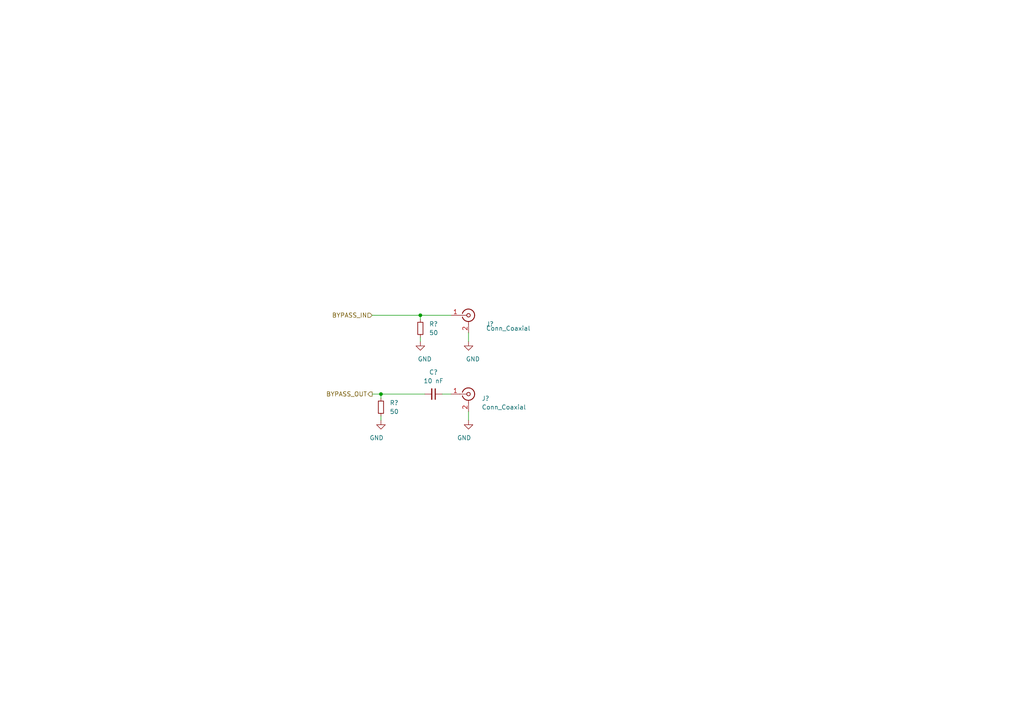
<source format=kicad_sch>
(kicad_sch (version 20210126) (generator eeschema)
  (paper "A4")
  (lib_symbols
    (symbol "Connector:Conn_Coaxial" (pin_names (offset 1.016) hide)
      (property "Reference" "J" (at 0.254 3.048 0))
      (property "Value" "Conn_Coaxial" (at 2.921 0 90))
      (symbol "Conn_Coaxial_0_1"
        (arc (start -1.778 0.508) (end 1.778 0) (radius (at -0.0508 0) (length 1.8034) (angles 163.6 0)) (stroke (width 0.254)))
        (arc (start 1.778 0) (end -1.778 -0.508) (radius (at -0.0254 0) (length 1.8034) (angles 0 -163.8)) (stroke (width 0.254)))
        (circle (center 0 0) (radius 0.508) (stroke (width 0.2032)))
        (polyline (pts (xy -2.54 0) (xy -0.508 0)))
        (polyline (pts (xy 0 -2.54) (xy 0 -1.778)))
      )
      (symbol "Conn_Coaxial_1_1"
        (pin passive line (at -5.08 0 0) (length 2.54) (name "In") (number "1"))
        (pin passive line (at 0 -5.08 90) (length 2.54) (name "Ext") (number "2"))
      )
    )
    (symbol "Device:C_Small" (pin_numbers hide) (pin_names (offset 0.254) hide)
      (property "Reference" "C" (at 0.254 1.778 0))
      (property "Value" "C_Small" (at 0.254 -2.032 0))
      (symbol "C_Small_0_1"
        (polyline (pts (xy -1.524 -0.508) (xy 1.524 -0.508)) (stroke (width 0.3302)))
        (polyline (pts (xy -1.524 0.508) (xy 1.524 0.508)) (stroke (width 0.3048)))
      )
      (symbol "C_Small_1_1"
        (pin passive line (at 0 2.54 270) (length 2.032) (name "~") (number "1"))
        (pin passive line (at 0 -2.54 90) (length 2.032) (name "~") (number "2"))
      )
    )
    (symbol "Device:R_Small" (pin_numbers hide) (pin_names (offset 0.254) hide)
      (property "Reference" "R" (at 0.762 0.508 0))
      (property "Value" "R_Small" (at 0.762 -1.016 0))
      (symbol "R_Small_0_1"
        (rectangle (start -0.762 1.778) (end 0.762 -1.778) (stroke (width 0.2032)))
      )
      (symbol "R_Small_1_1"
        (pin passive line (at 0 2.54 270) (length 0.762) (name "~") (number "1"))
        (pin passive line (at 0 -2.54 90) (length 0.762) (name "~") (number "2"))
      )
    )
    (symbol "power:GND" (power) (pin_names (offset 0))
      (property "Value" "GND" (at 0 -3.81 0))
      (symbol "GND_0_1"
        (polyline (pts (xy 0 0) (xy 0 -1.27) (xy 1.27 -1.27) (xy 0 -2.54) (xy -1.27 -1.27) (xy 0 -1.27)))
      )
      (symbol "GND_1_1"
        (pin power_in line (at 0 0 270) (length 0) hide (name "GND") (number "1"))
      )
    )
  )
  (junction (at 110.49 114.3) (diameter 0.9144))
  (junction (at 121.92 91.44) (diameter 0.9144))
  (wire (pts (xy 107.95 91.44) (xy 121.92 91.44)))
  (wire (pts (xy 107.95 114.3) (xy 110.49 114.3)))
  (wire (pts (xy 110.49 114.3) (xy 110.49 115.57)))
  (wire (pts (xy 110.49 114.3) (xy 123.19 114.3)))
  (wire (pts (xy 110.49 120.65) (xy 110.49 121.92)))
  (wire (pts (xy 121.92 91.44) (xy 121.92 92.71)))
  (wire (pts (xy 121.92 91.44) (xy 130.81 91.44)))
  (wire (pts (xy 121.92 97.79) (xy 121.92 99.06)))
  (wire (pts (xy 128.27 114.3) (xy 130.81 114.3)))
  (wire (pts (xy 135.89 96.52) (xy 135.89 99.06)))
  (wire (pts (xy 135.89 119.38) (xy 135.89 121.92)))
  (hierarchical_label "BYPASS_IN" (shape input) (at 107.95 91.44 180))
  (hierarchical_label "BYPASS_OUT" (shape output) (at 107.95 114.3 180))
  (symbol (lib_id "power:GND") (at 110.49 121.92 0) (mirror y) (unit 1)
    (property "Reference" "#PWR0276" (effects hide))
    (property "Value" "GND" (at 109.22 127 0))
  )
  (symbol (lib_id "power:GND") (at 121.92 99.06 0) (unit 1)
    (property "Reference" "#PWR0277" (effects hide))
    (property "Value" "GND" (at 123.19 104.14 0))
  )
  (symbol (lib_id "power:GND") (at 135.89 99.06 0) (unit 1)
    (property "Reference" "#PWR0278" (effects hide))
    (property "Value" "GND" (at 137.16 104.14 0))
  )
  (symbol (lib_id "power:GND") (at 135.89 121.92 0) (mirror y) (unit 1)
    (property "Reference" "#PWR0279" (effects hide))
    (property "Value" "GND" (at 134.62 127 0))
  )
  (symbol (lib_id "Device:R_Small") (at 110.49 118.11 0) (unit 1)
    (property "Reference" "R?" (at 113.03 116.84 0) (effects (justify left)))
    (property "Value" "50" (at 113.03 119.38 0) (effects (justify left)))
  )
  (symbol (lib_id "Device:R_Small") (at 121.92 95.25 0) (unit 1)
    (property "Reference" "R?" (at 124.46 93.98 0) (effects (justify left)))
    (property "Value" "50" (at 124.46 96.52 0) (effects (justify left)))
  )
  (symbol (lib_id "Device:C_Small") (at 125.73 114.3 270) (unit 1)
    (property "Reference" "C?" (at 125.73 107.95 90))
    (property "Value" "10 nF" (at 125.73 110.49 90))
  )
  (symbol (lib_id "Connector:Conn_Coaxial") (at 135.89 91.44 0) (unit 1)
    (property "Reference" "J?" (at 140.97 93.98 0) (effects (justify left)))
    (property "Value" "Conn_Coaxial" (at 140.97 95.25 0) (effects (justify left)))
    (property "Datasheet" " ~" (effects hide))
  )
  (symbol (lib_id "Connector:Conn_Coaxial") (at 135.89 114.3 0) (unit 1)
    (property "Reference" "J?" (at 139.7 115.57 0) (effects (justify left)))
    (property "Value" "Conn_Coaxial" (at 139.7 118.11 0) (effects (justify left)))
    (property "Datasheet" " ~" (effects hide))
  )
)
</source>
